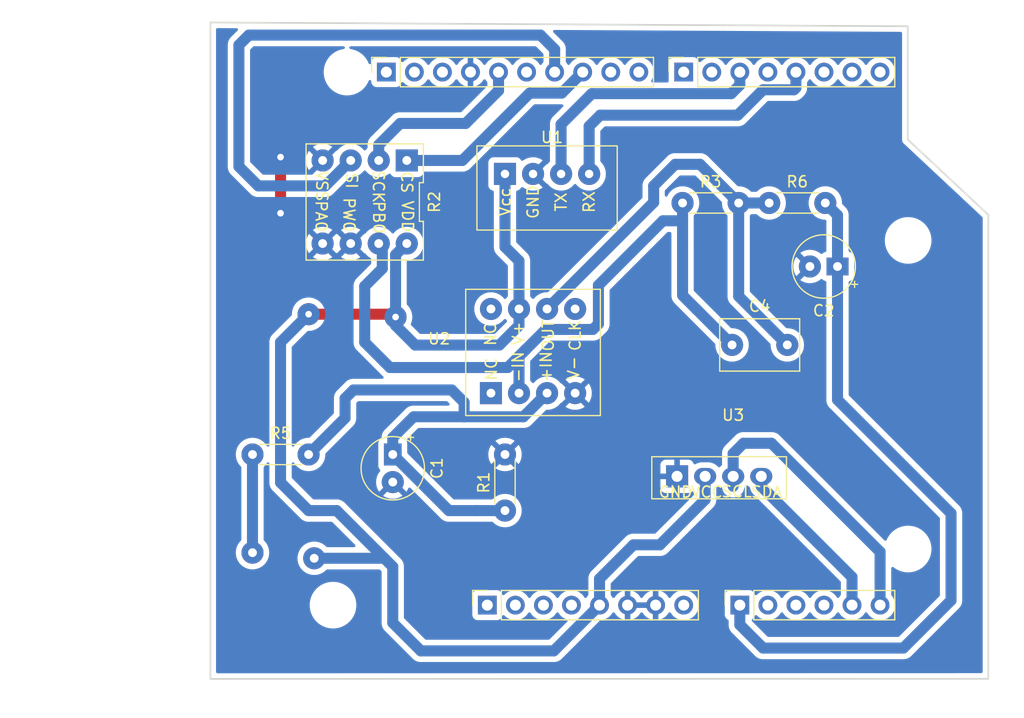
<source format=kicad_pcb>
(kicad_pcb (version 20211014) (generator pcbnew)
  (title_block (title "Audrey Fabien Guillaume") (date "ven. 10 mars 2023"))
  (layers (0 "F.Cu" signal) (31 "B.Cu" signal) (34 "B.Paste" user) (35 "F.Paste" user) (36 "B.SilkS" user "B.Silkscreen") (37 "F.SilkS" user "F.Silkscreen") (38 "B.Mask" user) (39 "F.Mask" user) (44 "Edge.Cuts" user))
  (net 0 "")
  (net 1 "GND")
  (net 3 "/IOREF")
  (net 4 "A0")
  (net 5 "/A1")
  (net 6 "/A2")
  (net 7 "/A3")
  (net 8 "SCL")
  (net 9 "SDA")
  (net 10 "SCK")
  (net 11 "/12")
  (net 12 "/AREF")
  (net 13 "/8")
  (net 14 "/7")
  (net 15 "SI")
  (net 16 "CS")
  (net 17 "/*9")
  (net 18 "/4")
  (net 19 "/2")
  (net 20 "/*6")
  (net 21 "+3V3")
  (net 22 "VCC")
  (net 23 "/~{RESET}")
  (net 24 "Net-(C1-Pad1)")
  (net 25 "Net-(C4-Pad1)")
  (net 26 "Net-(C4-Pad2)")
  (net 27 "unconnected-(R5-Pad1)")
  (net 31 "RX")
  (net 32 "TX")
  (net 34 "/TX{slash}1")
  (net 35 "/RX{slash}0")
  (footprint "Connector_PinSocket_2.54mm:PinSocket_1x08_P2.54mm_Vertical" (layer "F.Cu") (at 127.94 97.46 90)
    (fp_text reference "J1" hide)
    (fp_text value "Power")
    (fp_line (start -1.33 19.11) (end 1.33 19.11) (layer "F.SilkS") (width 0.12))
    (fp_line (start 1.33 1.27) (end 1.33 19.11) (layer "F.SilkS") (width 0.12))
    (fp_line (start -1.33 1.27) (end 1.33 1.27) (layer "F.SilkS") (width 0.12))
    (fp_line (start 0 -1.33) (end 1.33 -1.33) (layer "F.SilkS") (width 0.12))
    (fp_line (start 1.33 -1.33) (end 1.33 0) (layer "F.SilkS") (width 0.12))
    (fp_line (start -1.33 1.27) (end -1.33 19.11) (layer "F.SilkS") (width 0.12))
    (pad "1" thru_hole rect locked (at 0 0 90) (size 1.7 1.7) (drill 1) (layers *.Cu *.Mask))
    (pad "2" thru_hole oval locked (at 0 2.54 90) (size 1.7 1.7) (drill 1) (layers *.Cu *.Mask) (net 3 "/IOREF"))
    (pad "3" thru_hole oval locked (at 0 5.08 90) (size 1.7 1.7) (drill 1) (layers *.Cu *.Mask) (net 23 "/~{RESET}"))
    (pad "4" thru_hole oval locked (at 0 7.62 90) (size 1.7 1.7) (drill 1) (layers *.Cu *.Mask) (net 21 "+3V3"))
    (pad "5" thru_hole oval locked (at 0 10.16 90) (size 1.7 1.7) (drill 1) (layers *.Cu *.Mask) (net 22 "VCC"))
    (pad "6" thru_hole oval locked (at 0 12.7 90) (size 1.7 1.7) (drill 1) (layers *.Cu *.Mask) (net 1 "GND"))
    (pad "7" thru_hole oval locked (at 0 15.24 90) (size 1.7 1.7) (drill 1) (layers *.Cu *.Mask) (net 1 "GND"))
    (pad "8" thru_hole oval locked (at 0 17.78 90) (size 1.7 1.7) (drill 1) (layers *.Cu *.Mask))
  )
  (footprint "Connector_PinSocket_2.54mm:PinSocket_1x06_P2.54mm_Vertical" (layer "F.Cu") (at 150.8 97.46 90)
    (fp_text reference "J3" hide)
    (fp_text value "Analog")
    (fp_line (start 1.33 1.27) (end 1.33 14.03) (layer "F.SilkS") (width 0.12))
    (fp_line (start 0 -1.33) (end 1.33 -1.33) (layer "F.SilkS") (width 0.12))
    (fp_line (start -1.33 1.27) (end 1.33 1.27) (layer "F.SilkS") (width 0.12))
    (fp_line (start -1.33 1.27) (end -1.33 14.03) (layer "F.SilkS") (width 0.12))
    (fp_line (start -1.33 14.03) (end 1.33 14.03) (layer "F.SilkS") (width 0.12))
    (fp_line (start 1.33 -1.33) (end 1.33 0) (layer "F.SilkS") (width 0.12))
    (pad "1" thru_hole rect locked (at 0 0 90) (size 1.7 1.7) (drill 1) (layers *.Cu *.Mask) (net 4 "A0"))
    (pad "2" thru_hole oval locked (at 0 2.54 90) (size 1.7 1.7) (drill 1) (layers *.Cu *.Mask) (net 5 "/A1"))
    (pad "3" thru_hole oval locked (at 0 5.08 90) (size 1.7 1.7) (drill 1) (layers *.Cu *.Mask) (net 6 "/A2"))
    (pad "4" thru_hole oval locked (at 0 7.62 90) (size 1.7 1.7) (drill 1) (layers *.Cu *.Mask) (net 7 "/A3"))
    (pad "5" thru_hole oval locked (at 0 10.16 90) (size 1.7 1.7) (drill 1) (layers *.Cu *.Mask) (net 8 "SCL"))
    (pad "6" thru_hole oval locked (at 0 12.7 90) (size 1.7 1.7) (drill 1) (layers *.Cu *.Mask) (net 9 "SDA"))
  )
  (footprint "Connector_PinSocket_2.54mm:PinSocket_1x10_P2.54mm_Vertical" (layer "F.Cu") (at 118.796 49.2 90)
    (fp_text reference "J2" hide)
    (fp_text value "Digital/PWM")
    (fp_line (start -1.33 24.19) (end 1.33 24.19) (layer "F.SilkS") (width 0.12))
    (fp_line (start -1.33 1.27) (end -1.33 24.19) (layer "F.SilkS") (width 0.12))
    (fp_line (start 1.33 -1.33) (end 1.33 0) (layer "F.SilkS") (width 0.12))
    (fp_line (start 0 -1.33) (end 1.33 -1.33) (layer "F.SilkS") (width 0.12))
    (fp_line (start 1.33 1.27) (end 1.33 24.19) (layer "F.SilkS") (width 0.12))
    (fp_line (start -1.33 1.27) (end 1.33 1.27) (layer "F.SilkS") (width 0.12))
    (pad "1" thru_hole rect locked (at 0 0 90) (size 1.7 1.7) (drill 1) (layers *.Cu *.Mask))
    (pad "2" thru_hole oval locked (at 0 2.54 90) (size 1.7 1.7) (drill 1) (layers *.Cu *.Mask))
    (pad "3" thru_hole oval locked (at 0 5.08 90) (size 1.7 1.7) (drill 1) (layers *.Cu *.Mask) (net 12 "/AREF"))
    (pad "4" thru_hole oval locked (at 0 7.62 90) (size 1.7 1.7) (drill 1) (layers *.Cu *.Mask) (net 1 "GND"))
    (pad "5" thru_hole oval locked (at 0 10.16 90) (size 1.7 1.7) (drill 1) (layers *.Cu *.Mask) (net 10 "SCK"))
    (pad "6" thru_hole oval locked (at 0 12.7 90) (size 1.7 1.7) (drill 1) (layers *.Cu *.Mask) (net 11 "/12"))
    (pad "7" thru_hole oval locked (at 0 15.24 90) (size 1.7 1.7) (drill 1) (layers *.Cu *.Mask) (net 15 "SI"))
    (pad "8" thru_hole oval locked (at 0 17.78 90) (size 1.7 1.7) (drill 1) (layers *.Cu *.Mask) (net 16 "CS"))
    (pad "9" thru_hole oval locked (at 0 20.32 90) (size 1.7 1.7) (drill 1) (layers *.Cu *.Mask) (net 17 "/*9"))
    (pad "10" thru_hole oval locked (at 0 22.86 90) (size 1.7 1.7) (drill 1) (layers *.Cu *.Mask) (net 13 "/8"))
  )
  (footprint "Connector_PinSocket_2.54mm:PinSocket_1x08_P2.54mm_Vertical" (layer "F.Cu") (at 145.72 49.2 90)
    (fp_text reference "J4" hide)
    (fp_text value "Digital/PWM")
    (fp_line (start -1.33 19.11) (end 1.33 19.11) (layer "F.SilkS") (width 0.12))
    (fp_line (start -1.33 1.27) (end -1.33 19.11) (layer "F.SilkS") (width 0.12))
    (fp_line (start 0 -1.33) (end 1.33 -1.33) (layer "F.SilkS") (width 0.12))
    (fp_line (start -1.33 1.27) (end 1.33 1.27) (layer "F.SilkS") (width 0.12))
    (fp_line (start 1.33 -1.33) (end 1.33 0) (layer "F.SilkS") (width 0.12))
    (fp_line (start 1.33 1.27) (end 1.33 19.11) (layer "F.SilkS") (width 0.12))
    (pad "1" thru_hole rect locked (at 0 0 90) (size 1.7 1.7) (drill 1) (layers *.Cu *.Mask) (net 14 "/7"))
    (pad "2" thru_hole oval locked (at 0 2.54 90) (size 1.7 1.7) (drill 1) (layers *.Cu *.Mask) (net 20 "/*6"))
    (pad "3" thru_hole oval locked (at 0 5.08 90) (size 1.7 1.7) (drill 1) (layers *.Cu *.Mask) (net 32 "TX"))
    (pad "4" thru_hole oval locked (at 0 7.62 90) (size 1.7 1.7) (drill 1) (layers *.Cu *.Mask) (net 18 "/4"))
    (pad "5" thru_hole oval locked (at 0 10.16 90) (size 1.7 1.7) (drill 1) (layers *.Cu *.Mask) (net 31 "RX"))
    (pad "6" thru_hole oval locked (at 0 12.7 90) (size 1.7 1.7) (drill 1) (layers *.Cu *.Mask) (net 19 "/2"))
    (pad "7" thru_hole oval locked (at 0 15.24 90) (size 1.7 1.7) (drill 1) (layers *.Cu *.Mask) (net 34 "/TX{slash}1"))
    (pad "8" thru_hole oval locked (at 0 17.78 90) (size 1.7 1.7) (drill 1) (layers *.Cu *.Mask) (net 35 "/RX{slash}0"))
  )
  (footprint "Capacitor_THT:CP_Radial_Tantal_D5.5mm_P2.50mm" (layer "F.Cu") (at 159.646369 66.8 180)
    (fp_text reference "C2" (at 1.25 -4) (layer "F.SilkS"))
    (fp_text value "C")
    (fp_line (start -1.547262 -1.89) (end -1.547262 -1.34) (layer "F.SilkS") (width 0.12))
    (fp_line (start -1.822262 -1.615) (end -1.272262 -1.615) (layer "F.SilkS") (width 0.12))
    (fp_circle (center 1.25 0) (end 4.12 0) (layer "F.SilkS") (width 0.12) (fill none))
    (pad "1" thru_hole rect (at 0 0 180) (size 2 1.6) (drill 0.8) (layers *.Cu *.Mask) (net 4 "A0"))
    (pad "2" thru_hole circle (at 2.5 0 180) (size 2 2) (drill 0.8) (layers *.Cu *.Mask) (net 1 "GND"))
  )
  (footprint "Librairie_Empreinte_capteur_graphite:Pot_Digital" (layer "F.Cu") (at 116.84 60.96 180)
    (fp_text reference "R2" (at -6.31 0 90) (layer "F.SilkS"))
    (fp_text value "MCP41050")
    (fp_text user "VSS" (at 3.88 1.44 270 unlocked) (layer "F.SilkS"))
    (fp_text user "VDD" (at -3.88 -1.31 270 unlocked) (layer "F.SilkS"))
    (fp_text user "SI" (at 1.19 1.93 270 unlocked) (layer "F.SilkS"))
    (fp_text user "PA0" (at 3.94 -1.28 270 unlocked) (layer "F.SilkS"))
    (fp_text user "CS" (at -3.81 1.79 270 unlocked) (layer "F.SilkS"))
    (fp_text user "SCK" (at -1.24 1.4 270 unlocked) (layer "F.SilkS"))
    (fp_text user "PB0" (at -1.28 -1.4 270 unlocked) (layer "F.SilkS"))
    (fp_text user "PW0" (at 1.42 -1.15 270 unlocked) (layer "F.SilkS"))
    (fp_line (start -4.95 -1.753333) (end -4.95 1.753333) (layer "F.SilkS") (width 0.12))
    (fp_line (start -5.31 5.26) (end 5.31 5.26) (layer "F.SilkS") (width 0.12))
    (fp_line (start 5.31 5.26) (end 5.31 -5.26) (layer "F.SilkS") (width 0.12))
    (fp_line (start -5.31 -1.753333) (end -4.95 -1.753333) (layer "F.SilkS") (width 0.12))
    (fp_line (start -5.31 -5.26) (end -5.31 -1.753333) (layer "F.SilkS") (width 0.12))
    (fp_line (start 5.31 -5.26) (end -5.31 -5.26) (layer "F.SilkS") (width 0.12))
    (fp_line (start -4.95 1.753333) (end -5.31 1.753333) (layer "F.SilkS") (width 0.12))
    (fp_line (start -5.31 1.753333) (end -5.31 5.26) (layer "F.SilkS") (width 0.12))
    (pad "1" thru_hole rect (at -3.81 3.76 180) (size 2 2) (drill 0.8) (layers *.Cu *.Mask) (net 16 "CS"))
    (pad "2" thru_hole circle (at -1.27 3.76 180) (size 2 2) (drill 0.8) (layers *.Cu *.Mask) (net 10 "SCK"))
    (pad "3" thru_hole circle (at 1.27 3.76 180) (size 2 2) (drill 0.8) (layers *.Cu *.Mask) (net 15 "SI"))
    (pad "4" thru_hole circle (at 3.81 3.76 180) (size 2 2) (drill 0.8) (layers *.Cu *.Mask) (net 1 "GND"))
    (pad "5" thru_hole circle (at 3.81 -3.76 180) (size 2 2) (drill 0.8) (layers *.Cu *.Mask) (net 1 "GND"))
    (pad "6" thru_hole circle (at 1.27 -3.76 180) (size 2 2) (drill 0.8) (layers *.Cu *.Mask) (net 1 "GND"))
    (pad "7" thru_hole circle (at -1.27 -3.76 180) (size 2 2) (drill 0.8) (layers *.Cu *.Mask) (net 25 "Net-(C4-Pad1)"))
    (pad "8" thru_hole circle (at -3.81 -3.76 180) (size 2 2) (drill 0.8) (layers *.Cu *.Mask) (net 22 "VCC"))
  )
  (footprint "Resistor_THT:R_Axial_DIN0204_L3.6mm_D1.6mm_P5.08mm_Horizontal" (layer "F.Cu") (at 153.46 61.05)
    (fp_text reference "R6" (at 2.54 -1.92) (layer "F.SilkS"))
    (fp_text value "R")
    (fp_line (start 0.62 0.92) (end 4.46 0.92) (layer "F.SilkS") (width 0.12))
    (fp_line (start 0.62 -0.92) (end 4.46 -0.92) (layer "F.SilkS") (width 0.12))
    (pad "1" thru_hole circle (at 0 0) (size 2 2) (drill 0.8) (layers *.Cu *.Mask) (net 26 "Net-(C4-Pad2)"))
    (pad "2" thru_hole circle (at 5.08 0) (size 2 2) (drill 0.8) (layers *.Cu *.Mask) (net 4 "A0"))
  )
  (footprint "Resistor_THT:R_Axial_DIN0204_L3.6mm_D1.6mm_P5.08mm_Horizontal" (layer "F.Cu") (at 145.617133 61.05)
    (fp_text reference "R3" (at 2.54 -1.92) (layer "F.SilkS"))
    (fp_text value "R")
    (fp_line (start 0.62 -0.92) (end 4.46 -0.92) (layer "F.SilkS") (width 0.12))
    (fp_line (start 0.62 0.92) (end 4.46 0.92) (layer "F.SilkS") (width 0.12))
    (pad "1" thru_hole circle (at 0 0) (size 2 2) (drill 0.8) (layers *.Cu *.Mask) (net 25 "Net-(C4-Pad1)"))
    (pad "2" thru_hole circle (at 5.08 0) (size 2 2) (drill 0.8) (layers *.Cu *.Mask) (net 26 "Net-(C4-Pad2)"))
  )
  (footprint "Capacitor_THT:CP_Radial_Tantal_D5.5mm_P2.50mm" (layer "F.Cu") (at 119.38 83.82 -90)
    (fp_text reference "C1" (at 1.25 -4 90) (layer "F.SilkS"))
    (fp_text value "C")
    (fp_line (start -1.822262 -1.615) (end -1.272262 -1.615) (layer "F.SilkS") (width 0.12))
    (fp_line (start -1.547262 -1.89) (end -1.547262 -1.34) (layer "F.SilkS") (width 0.12))
    (fp_circle (center 1.25 0) (end 4.12 0) (layer "F.SilkS") (width 0.12) (fill none))
    (pad "1" thru_hole rect (at 0 0 270) (size 2 1.6) (drill 0.8) (layers *.Cu *.Mask) (net 24 "Net-(C1-Pad1)"))
    (pad "2" thru_hole circle (at 2.5 0 270) (size 2 2) (drill 0.8) (layers *.Cu *.Mask) (net 1 "GND"))
  )
  (footprint "Resistor_THT:R_Axial_DIN0204_L3.6mm_D1.6mm_P5.08mm_Horizontal" (layer "F.Cu") (at 106.68 83.82)
    (fp_text reference "R5" (at 2.54 -1.92) (layer "F.SilkS"))
    (fp_text value "R")
    (fp_line (start 0.62 -0.92) (end 4.46 -0.92) (layer "F.SilkS") (width 0.12))
    (fp_line (start 0.62 0.92) (end 4.46 0.92) (layer "F.SilkS") (width 0.12))
    (pad "1" thru_hole circle (at 0 0) (size 2 2) (drill 0.8) (layers *.Cu *.Mask) (net 27 "unconnected-(R5-Pad1)"))
    (pad "2" thru_hole circle (at 5.08 0) (size 2 2) (drill 0.8) (layers *.Cu *.Mask) (net 24 "Net-(C1-Pad1)"))
  )
  (footprint "Capacitor_THT:C_Rect_L7.0mm_W4.5mm_P5.00mm" (layer "F.Cu") (at 150.1 73.9)
    (fp_text reference "C4" (at 2.5 -3.5) (layer "F.SilkS"))
    (fp_text value "C")
    (fp_line (start -1.12 2.37) (end 6.12 2.37) (layer "F.SilkS") (width 0.12))
    (fp_line (start -1.12 -2.37) (end -1.12 2.37) (layer "F.SilkS") (width 0.12))
    (fp_line (start -1.12 -2.37) (end 6.12 -2.37) (layer "F.SilkS") (width 0.12))
    (fp_line (start 6.12 -2.37) (end 6.12 2.37) (layer "F.SilkS") (width 0.12))
    (pad "1" thru_hole circle (at 0 0) (size 2 2) (drill 0.8) (layers *.Cu *.Mask) (net 25 "Net-(C4-Pad1)"))
    (pad "2" thru_hole circle (at 5 0) (size 2 2) (drill 0.8) (layers *.Cu *.Mask) (net 26 "Net-(C4-Pad2)"))
  )
  (footprint "Arduino_MountingHole:MountingHole_3.2mm" (layer "F.Cu") (at 115.24 49.2)
    (fp_text reference "MH1" hide)
    (fp_text value "MountingHole_3.2mm" hide)
    (pad "" np_thru_hole circle locked (at 0 0) (size 3.2 3.2) (drill 3.2) (layers *.Cu *.Mask))
  )
  (footprint "Librairie_Empreinte_capteur_graphite:Bluetooth" (layer "F.Cu") (at 134.62 58.42)
    (fp_text reference "U1" (at -0.82 -3.31 unlocked) (layer "F.SilkS"))
    (fp_text value "Bluetooth")
    (fp_text user "GND" (at -2.54 2.54 90 unlocked) (layer "F.SilkS"))
    (fp_text user "TX" (at 0 2.54 90 unlocked) (layer "F.SilkS"))
    (fp_text user "Vcc" (at -5.08 2.54 90 unlocked) (layer "F.SilkS"))
    (fp_text user "RX" (at 2.54 2.54 90 unlocked) (layer "F.SilkS"))
    (fp_rect (start -7.62 -2.54) (end 5.08 5.08) (layer "F.SilkS") (width 0.12) (fill none))
    (pad "1" thru_hole rect (at -5.08 0) (size 2 2) (drill 0.762) (layers *.Cu *.Mask) (net 22 "VCC"))
    (pad "2" thru_hole circle (at -2.54 0) (size 2 2) (drill 0.762) (layers *.Cu *.Mask) (net 1 "GND"))
    (pad "3" thru_hole circle (at 0 0) (size 2 2) (drill 0.762) (layers *.Cu *.Mask) (net 32 "TX"))
    (pad "4" thru_hole circle (at 2.54 0) (size 2 2) (drill 0.762) (layers *.Cu *.Mask) (net 31 "RX"))
  )
  (footprint "Librairie_Empreinte_capteur_graphite:LTC1050" (layer "F.Cu") (at 133.35 83.344)
    (fp_text reference "U2" (at -9.77 -10 unlocked) (layer "F.SilkS"))
    (fp_text value "LTC1050")
    (fp_text user "-IN" (at -2.63 -7.46 90 unlocked) (layer "F.SilkS"))
    (fp_text user "OUT" (at 0.1 -10.3 90 unlocked) (layer "F.SilkS"))
    (fp_text user "NC" (at -5.12 -10.39 90 unlocked) (layer "F.SilkS"))
    (fp_text user "V+" (at -2.61 -10.49 90 unlocked) (layer "F.SilkS"))
    (fp_text user "NC" (at -5.05 -7.24 90 unlocked) (layer "F.SilkS"))
    (fp_text user "V-" (at 2.4 -7.36 90 unlocked) (layer "F.SilkS"))
    (fp_text user "CLK" (at 2.54 -10.3 90 unlocked) (layer "F.SilkS"))
    (fp_text user "+IN" (at -0.09 -7.49 90 unlocked) (layer "F.SilkS"))
    (fp_rect (start -7.366 -14.478) (end 4.826 -3.048) (layer "F.SilkS") (width 0.12) (fill none))
    (pad "1" thru_hole rect (at -5.08 -5.08) (size 2 2) (drill 0.8) (layers *.Cu *.Mask))
    (pad "2" thru_hole circle (at -2.54 -5.08) (size 2 2) (drill 0.8) (layers *.Cu *.Mask) (net 25 "Net-(C4-Pad1)"))
    (pad "3" thru_hole circle (at 0 -5.08) (size 2 2) (drill 0.8) (layers *.Cu *.Mask) (net 24 "Net-(C1-Pad1)"))
    (pad "4" thru_hole circle (at 2.54 -5.08) (size 2 2) (drill 0.8) (layers *.Cu *.Mask) (net 1 "GND"))
    (pad "5" thru_hole circle (at 2.54 -12.7) (size 2 2) (drill 0.8) (layers *.Cu *.Mask))
    (pad "6" thru_hole circle (at 0 -12.7) (size 2 2) (drill 0.8) (layers *.Cu *.Mask) (net 26 "Net-(C4-Pad2)"))
    (pad "7" thru_hole circle (at -2.54 -12.7) (size 2 2) (drill 0.8) (layers *.Cu *.Mask) (net 22 "VCC"))
    (pad "8" thru_hole circle (at -5.08 -12.7) (size 2 2) (drill 0.8) (layers *.Cu *.Mask))
  )
  (footprint "Arduino_MountingHole:MountingHole_3.2mm" (layer "F.Cu") (at 113.97 97.46)
    (fp_text reference "MH2" hide)
    (fp_text value "MountingHole_3.2mm" hide)
    (pad "" np_thru_hole circle locked (at 0 0) (size 3.2 3.2) (drill 3.2) (layers *.Cu *.Mask))
  )
  (footprint "Librairie_Empreinte_capteur_graphite:OLED" (layer "F.Cu") (at 150.2 85.8)
    (fp_text reference "U3" (at 0 -5.54 unlocked) (layer "F.SilkS"))
    (fp_text value "OLED")
    (fp_text user "SDA" (at 3.03 1.42 unlocked) (layer "F.SilkS"))
    (fp_text user "VCC" (at -2.39 1.42 unlocked) (layer "F.SilkS"))
    (fp_text user "SCL" (at 0.32 1.39 unlocked) (layer "F.SilkS"))
    (fp_text user "GND" (at -5.22 1.42 unlocked) (layer "F.SilkS"))
    (fp_rect (start -7.366 -1.778) (end 4.826 2.032) (layer "F.SilkS") (width 0.12) (fill none))
    (pad "1" thru_hole rect (at -5.08 0) (size 2 2) (drill 1) (layers *.Cu *.Mask) (net 1 "GND"))
    (pad "2" thru_hole oval (at -2.54 0) (size 2 1.524) (drill 1) (layers *.Cu *.Mask) (net 22 "VCC"))
    (pad "3" thru_hole oval (at 0 0) (size 2 1.524) (drill 1) (layers *.Cu *.Mask) (net 9 "SDA"))
    (pad "4" thru_hole oval (at 2.54 0) (size 2 1.524) (drill 1) (layers *.Cu *.Mask) (net 8 "SCL"))
  )
  (footprint "Resistor_THT:R_Axial_DIN0204_L3.6mm_D1.6mm_P5.08mm_Horizontal" (layer "F.Cu") (at 129.54 88.9 90)
    (fp_text reference "R1" (at 2.54 -1.92 90) (layer "F.SilkS"))
    (fp_text value "R")
    (fp_line (start 0.62 -0.92) (end 4.46 -0.92) (layer "F.SilkS") (width 0.12))
    (fp_line (start 0.62 0.92) (end 4.46 0.92) (layer "F.SilkS") (width 0.12))
    (pad "1" thru_hole circle (at 0 0 90) (size 2 2) (drill 0.8) (layers *.Cu *.Mask) (net 24 "Net-(C1-Pad1)"))
    (pad "2" thru_hole circle (at 5.08 0 90) (size 2 2) (drill 0.8) (layers *.Cu *.Mask) (net 1 "GND"))
  )
  (footprint "Arduino_MountingHole:MountingHole_3.2mm" (layer "F.Cu") (at 166.04 64.44)
    (fp_text reference "MH3" hide)
    (fp_text value "MountingHole_3.2mm" hide)
    (pad "" np_thru_hole circle locked (at 0 0) (size 3.2 3.2) (drill 3.2) (layers *.Cu *.Mask))
  )
  (footprint "Arduino_MountingHole:MountingHole_3.2mm" (layer "F.Cu") (at 166.04 92.38)
    (fp_text reference "MH4" hide)
    (fp_text value "MountingHole_3.2mm" hide)
    (pad "" np_thru_hole circle locked (at 0 0) (size 3.2 3.2) (drill 3.2) (layers *.Cu *.Mask))
  )
  (gr_line (start 166 55.3) (end 173.35 62.175) (layer "Edge.Cuts") (width 0.15))
  (gr_line (start 102.87 104.14) (end 102.87 44.704) (layer "Edge.Cuts") (width 0.15))
  (gr_line (start 173.3 62.175) (end 173.3 104.125) (layer "Edge.Cuts") (width 0.15))
  (gr_line (start 173.3 104.125) (end 102.87 104.14) (layer "Edge.Cuts") (width 0.15))
  (gr_line (start 102.87 44.704) (end 166 45.05) (layer "Edge.Cuts") (width 0.15))
  (gr_line (start 166 45.05) (end 166 55.3) (layer "Edge.Cuts") (width 0.15))
  (segment (start 109.22 56.896) (end 109.22 61.976) (width 1) (layer "F.Cu") (net 1))
  (segment (start 109.22 62.484) (end 109.22 61.976) (width 1) (layer "F.Cu") (net 1))
  (via (at 109.22 56.896) (size 2) (drill 0.6) (layers "F.Cu" "B.Cu") (net 1))
  (via (at 109.22 61.976) (size 2) (drill 0.6) (layers "F.Cu" "B.Cu") (net 1))
  (segment (start 129.54 83.82) (end 130.334 83.82) (width 0.25) (layer "B.Cu") (net 1))
  (segment (start 163.5 70.7) (end 163.623184 70.576816) (width 0.25) (layer "B.Cu") (net 1))
  (segment (start 152.908 101.346) (end 150.8 99.238) (width 1) (layer "B.Cu") (net 4))
  (segment (start 159.646369 62.156369) (end 159.646369 66.8) (width 1) (layer "B.Cu") (net 4))
  (segment (start 158.54 61.05) (end 159.646369 62.156369) (width 1) (layer "B.Cu") (net 4))
  (segment (start 169.926 89.154) (end 169.926 97.028) (width 1) (layer "B.Cu") (net 4))
  (segment (start 159.646369 66.8) (end 159.646369 78.874369) (width 1) (layer "B.Cu") (net 4))
  (segment (start 169.926 97.028) (end 165.608 101.346) (width 1) (layer "B.Cu") (net 4))
  (segment (start 165.608 101.346) (end 152.908 101.346) (width 1) (layer "B.Cu") (net 4))
  (segment (start 150.8 99.238) (end 150.8 97.46) (width 1) (layer "B.Cu") (net 4))
  (segment (start 159.646369 78.874369) (end 169.926 89.154) (width 1) (layer "B.Cu") (net 4))
  (segment (start 152.74 86.7) (end 160.96 94.92) (width 1) (layer "B.Cu") (net 8))
  (segment (start 160.96 94.92) (end 160.96 97.46) (width 1) (layer "B.Cu") (net 8))
  (segment (start 152.74 85.8) (end 152.74 86.7) (width 1) (layer "B.Cu") (net 8))
  (segment (start 151.13 82.804) (end 153.67 82.804) (width 1) (layer "B.Cu") (net 9))
  (segment (start 153.67 82.804) (end 163.5 92.634) (width 1) (layer "B.Cu") (net 9))
  (segment (start 163.5 92.634) (end 163.5 97.46) (width 1) (layer "B.Cu") (net 9))
  (segment (start 150.2 83.734) (end 151.13 82.804) (width 1) (layer "B.Cu") (net 9))
  (segment (start 150.2 85.8) (end 150.2 83.734) (width 1) (layer "B.Cu") (net 9))
  (segment (start 150.2 85.8) (end 150.2 86.7) (width 1) (layer "B.Cu") (net 9))
  (segment (start 128.956 50.876) (end 128.956 49.2) (width 1) (layer "B.Cu") (net 10))
  (segment (start 118.11 55.785787) (end 120.047787 53.848) (width 1) (layer "B.Cu") (net 10))
  (segment (start 118.11 57.2) (end 118.11 55.785787) (width 1) (layer "B.Cu") (net 10))
  (segment (start 125.984 53.848) (end 128.956 50.876) (width 1) (layer "B.Cu") (net 10))
  (segment (start 120.047787 53.848) (end 125.984 53.848) (width 1) (layer "B.Cu") (net 10))
  (segment (start 105.45 46.75) (end 106.35 45.85) (width 1) (layer "B.Cu") (net 15))
  (segment (start 134.036 47.136) (end 134.036 49.2) (width 1) (layer "B.Cu") (net 15))
  (segment (start 105.45 57.75) (end 105.45 46.75) (width 1) (layer "B.Cu") (net 15))
  (segment (start 113.27 59.5) (end 115.57 57.2) (width 1) (layer "B.Cu") (net 15))
  (segment (start 107.2 59.5) (end 113.27 59.5) (width 1) (layer "B.Cu") (net 15))
  (segment (start 106.35 45.85) (end 132.75 45.85) (width 1) (layer "B.Cu") (net 15))
  (segment (start 132.75 45.85) (end 134.036 47.136) (width 1) (layer "B.Cu") (net 15))
  (segment (start 107.2 59.5) (end 105.45 57.75) (width 1) (layer "B.Cu") (net 15))
  (segment (start 134.671 51.105) (end 136.576 49.2) (width 1) (layer "B.Cu") (net 16))
  (segment (start 120.65 57.2) (end 125.68 57.2) (width 1) (layer "B.Cu") (net 16))
  (segment (start 125.68 57.2) (end 131.775 51.105) (width 1) (layer "B.Cu") (net 16))
  (segment (start 131.775 51.105) (end 134.671 51.105) (width 1) (layer "B.Cu") (net 16))
  (segment (start 119.38 71.12) (end 119.634 71.374) (width 1) (layer "F.Cu") (net 22))
  (segment (start 111.76 71.12) (end 119.38 71.12) (width 1) (layer "F.Cu") (net 22))
  (via (at 119.634 71.374) (size 2) (drill 0.6) (layers "F.Cu" "B.Cu") (net 22))
  (via (at 112.268 93.218) (size 2) (drill 0.8) (layers "F.Cu" "B.Cu") (net 22))
  (via (at 111.76 71.12) (size 2) (drill 0.6) (layers "F.Cu" "B.Cu") (net 22))
  (segment (start 129.54 65.024) (end 130.81 66.294) (width 1) (layer "B.Cu") (net 22))
  (segment (start 121.92 101.6) (end 119.38 99.06) (width 1) (layer "B.Cu") (net 22))
  (segment (start 129.032 73.914) (end 130.81 72.136) (width 1) (layer "B.Cu") (net 22))
  (segment (start 119.634 65.736) (end 119.634 71.374) (width 1) (layer "B.Cu") (net 22))
  (segment (start 130.81 68.58) (end 130.81 70.644) (width 1) (layer "B.Cu") (net 22))
  (segment (start 129.54 58.42) (end 129.54 65.024) (width 1) (layer "B.Cu") (net 22))
  (segment (start 141.173 91.999) (end 143.561 91.999) (width 1) (layer "B.Cu") (net 22))
  (segment (start 120.65 64.72) (end 119.634 65.736) (width 1) (layer "B.Cu") (net 22))
  (segment (start 111.76 88.9) (end 109.22 86.36) (width 1) (layer "B.Cu") (net 22))
  (segment (start 119.634 72.136) (end 121.412 73.914) (width 1) (layer "B.Cu") (net 22))
  (segment (start 147.66 87.9) (end 147.66 85.8) (width 1) (layer "B.Cu") (net 22))
  (segment (start 109.22 73.66) (end 111.76 71.12) (width 1) (layer "B.Cu") (net 22))
  (segment (start 143.561 91.999) (end 147.66 87.9) (width 1) (layer "B.Cu") (net 22))
  (segment (start 121.412 73.914) (end 129.032 73.914) (width 1) (layer "B.Cu") (net 22))
  (segment (start 138.43 94.742) (end 141.173 91.999) (width 1) (layer "B.Cu") (net 22))
  (segment (start 109.22 86.36) (end 109.22 73.66) (width 1) (layer "B.Cu") (net 22))
  (segment (start 138.1 97.46) (end 138.1 95.072) (width 1) (layer "B.Cu") (net 22))
  (segment (start 138.1 97.46) (end 133.96 101.6) (width 1) (layer "B.Cu") (net 22))
  (segment (start 118.618 93.218) (end 112.268 93.218) (width 1) (layer "B.Cu") (net 22))
  (segment (start 130.81 72.136) (end 130.81 70.644) (width 1) (layer "B.Cu") (net 22))
  (segment (start 130.81 66.294) (end 130.81 68.58) (width 1) (layer "B.Cu") (net 22))
  (segment (start 119.38 93.98) (end 118.618 93.218) (width 1) (layer "B.Cu") (net 22))
  (segment (start 119.38 99.06) (end 119.38 93.98) (width 1) (layer "B.Cu") (net 22))
  (segment (start 114.3 88.9) (end 111.76 88.9) (width 1) (layer "B.Cu") (net 22))
  (segment (start 133.96 101.6) (end 121.92 101.6) (width 1) (layer "B.Cu") (net 22))
  (segment (start 118.618 93.218) (end 114.3 88.9) (width 1) (layer "B.Cu") (net 22))
  (segment (start 119.634 71.374) (end 119.634 72.136) (width 1) (layer "B.Cu") (net 22))
  (segment (start 138.1 95.072) (end 138.43 94.742) (width 1) (layer "B.Cu") (net 22))
  (segment (start 119.38 82.296) (end 121.269 80.407) (width 1) (layer "B.Cu") (net 24))
  (segment (start 121.92 86.36) (end 124.46 88.9) (width 1) (layer "B.Cu") (net 24))
  (segment (start 127 88.9) (end 129.54 88.9) (width 1) (layer "B.Cu") (net 24))
  (segment (start 119.38 83.82) (end 121.92 86.36) (width 1) (layer "B.Cu") (net 24))
  (segment (start 124.714 77.978) (end 125.841 79.105) (width 1) (layer "B.Cu") (net 24))
  (segment (start 115.824 77.978) (end 124.714 77.978) (width 1) (layer "B.Cu") (net 24))
  (segment (start 115.062 80.518) (end 115.062 78.74) (width 1) (layer "B.Cu") (net 24))
  (segment (start 111.76 83.82) (end 115.062 80.518) (width 1) (layer "B.Cu") (net 24))
  (segment (start 115.062 78.74) (end 115.824 77.978) (width 1) (layer "B.Cu") (net 24))
  (segment (start 125.841 80.407) (end 131.207 80.407) (width 1) (layer "B.Cu") (net 24))
  (segment (start 119.38 83.82) (end 119.38 82.296) (width 1) (layer "B.Cu") (net 24))
  (segment (start 121.269 80.407) (end 125.841 80.407) (width 1) (layer "B.Cu") (net 24))
  (segment (start 125.841 79.105) (end 125.841 80.407) (width 1) (layer "B.Cu") (net 24))
  (segment (start 124.46 88.9) (end 127 88.9) (width 1) (layer "B.Cu") (net 24))
  (segment (start 131.207 80.407) (end 133.35 78.264) (width 1) (layer "B.Cu") (net 24))
  (segment (start 146.9 70.7) (end 145.617133 69.417133) (width 1) (layer "B.Cu") (net 25))
  (segment (start 137.5 72.5) (end 138 72) (width 1) (layer "B.Cu") (net 25))
  (segment (start 116.84 73.66) (end 116.84 68.58) (width 1) (layer "B.Cu") (net 25))
  (segment (start 145.617133 62.662867) (end 145.617133 64.482867) (width 1) (layer "B.Cu") (net 25))
  (segment (start 131.445 74.295) (end 129.794 75.946) (width 1) (layer "B.Cu") (net 25))
  (segment (start 116.84 68.58) (end 118.434 66.986) (width 1) (layer "B.Cu") (net 25))
  (segment (start 118.434 65.044) (end 118.11 64.72) (width 1) (layer "B.Cu") (net 25))
  (segment (start 119.126 75.946) (end 116.84 73.66) (width 1) (layer "B.Cu") (net 25))
  (segment (start 143.839133 62.662867) (end 145.617133 62.662867) (width 1) (layer "B.Cu") (net 25))
  (segment (start 130.81 76.454) (end 130.81 78.264) (width 1) (layer "B.Cu") (net 25))
  (segment (start 146.9 70.7) (end 150.1 73.9) (width 1) (layer "B.Cu") (net 25))
  (segment (start 138 68.502) (end 143.839133 62.662867) (width 1) (layer "B.Cu") (net 25))
  (segment (start 145.617133 69.417133) (end 145.617133 69.177133) (width 0.25) (layer "B.Cu") (net 25))
  (segment (start 145.617133 69.177133) (end 145.497133 69.297133) (width 0.25) (layer "B.Cu") (net 25))
  (segment (start 145.617133 61.05) (end 145.617133 62.662867) (width 1) (layer "B.Cu") (net 25))
  (segment (start 138 72) (end 138 68.502) (width 1) (layer "B.Cu") (net 25))
  (segment (start 131.445 74.295) (end 133.24 72.5) (width 1) (layer "B.Cu") (net 25))
  (segment (start 129.794 75.946) (end 119.126 75.946) (width 1) (layer "B.Cu") (net 25))
  (segment (start 118.434 66.986) (end 118.434 65.044) (width 1) (layer "B.Cu") (net 25))
  (segment (start 130.81 74.93) (end 131.445 74.295) (width 1) (layer "B.Cu") (net 25))
  (segment (start 145.617133 64.482867) (end 145.617133 69.177133) (width 1) (layer "B.Cu") (net 25))
  (segment (start 145.617133 65.082867) (end 145.617133 64.482867) (width 0.25) (layer "B.Cu") (net 25))
  (segment (start 130.81 76.454) (end 130.81 74.93) (width 1) (layer "B.Cu") (net 25))
  (segment (start 133.24 72.5) (end 137.5 72.5) (width 1) (layer "B.Cu") (net 25))
  (segment (start 150.697133 69.497133) (end 155.1 73.9) (width 1) (layer "B.Cu") (net 26))
  (segment (start 150.697133 61.05) (end 150.697133 69.497133) (width 1) (layer "B.Cu") (net 26))
  (segment (start 150.697133 61.05) (end 153.46 61.05) (width 1) (layer "B.Cu") (net 26))
  (segment (start 143 59.5) (end 144.95 57.55) (width 1) (layer "B.Cu") (net 26))
  (segment (start 143 60.994) (end 143 59.5) (width 1) (layer "B.Cu") (net 26))
  (segment (start 144.95 57.55) (end 147.197133 57.55) (width 1) (layer "B.Cu") (net 26))
  (segment (start 147.197133 57.55) (end 150.697133 61.05) (width 1) (layer "B.Cu") (net 26))
  (segment (start 133.35 70.644) (end 143 60.994) (width 1) (layer "B.Cu") (net 26))
  (via (at 106.68 92.71) (size 2) (drill 0.8) (layers "F.Cu" "B.Cu") (net 27))
  (segment (start 106.68 83.82) (end 106.68 92.71) (width 1) (layer "B.Cu") (net 27))
  (segment (start 152.908 50.8) (end 155.702 50.8) (width 1) (layer "B.Cu") (net 31))
  (segment (start 150.608 53.1) (end 152.908 50.8) (width 1) (layer "B.Cu") (net 31))
  (segment (start 155.88 50.622) (end 155.88 49.2) (width 1) (layer "B.Cu") (net 31))
  (segment (start 155.702 50.8) (end 155.88 50.622) (width 1) (layer "B.Cu") (net 31))
  (segment (start 150.354 53.1) (end 150.608 53.1) (width 1) (layer "B.Cu") (net 31))
  (segment (start 138.16 53.1) (end 150.354 53.1) (width 1) (layer "B.Cu") (net 31))
  (segment (start 137.16 54.1) (end 137.16 58.42) (width 1) (layer "B.Cu") (net 31))
  (segment (start 138.16 53.1) (end 137.16 54.1) (width 1) (layer "B.Cu") (net 31))
  (segment (start 137.4 51.15) (end 150.018 51.15) (width 1) (layer "B.Cu") (net 32))
  (segment (start 134.62 53.93) (end 137.4 51.15) (width 1) (layer "B.Cu") (net 32))
  (segment (start 150.018 51.15) (end 150.8 50.368) (width 1) (layer "B.Cu") (net 32))
  (segment (start 150.8 50.368) (end 150.8 49.2) (width 1) (layer "B.Cu") (net 32))
  (segment (start 134.62 58.42) (end 134.62 53.93) (width 1) (layer "B.Cu") (net 32))
  (zone (net 1) (net_name "GND") (layer "B.Cu") (connect_pads (clearance 0.508)) (min_thickness 0.254) (fill yes (thermal_gap 0.508) (thermal_bridge_width 0.508))
    (polygon (pts (xy 176.022 107.696) (xy 83.82 106.68) (xy 83.82 43.18) (xy 176.53 42.672)))
  )
)
</source>
